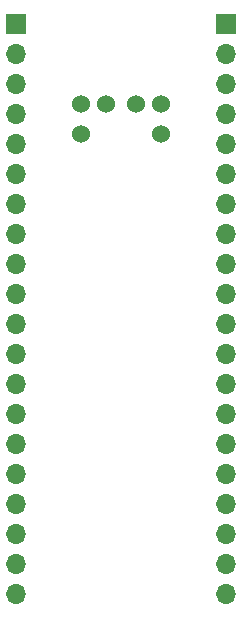
<source format=gbr>
%TF.GenerationSoftware,KiCad,Pcbnew,6.0.11+dfsg-1*%
%TF.CreationDate,2024-09-22T16:02:18-05:00*%
%TF.ProjectId,ps2_pico_hat,7073325f-7069-4636-9f5f-6861742e6b69,rev?*%
%TF.SameCoordinates,Original*%
%TF.FileFunction,Soldermask,Bot*%
%TF.FilePolarity,Negative*%
%FSLAX46Y46*%
G04 Gerber Fmt 4.6, Leading zero omitted, Abs format (unit mm)*
G04 Created by KiCad (PCBNEW 6.0.11+dfsg-1) date 2024-09-22 16:02:18*
%MOMM*%
%LPD*%
G01*
G04 APERTURE LIST*
%ADD10R,1.700000X1.700000*%
%ADD11O,1.700000X1.700000*%
%ADD12C,1.524000*%
G04 APERTURE END LIST*
D10*
%TO.C,J1*%
X99949000Y-80010000D03*
D11*
X99949000Y-82550000D03*
X99949000Y-85090000D03*
X99949000Y-87630000D03*
X99949000Y-90170000D03*
X99949000Y-92710000D03*
X99949000Y-95250000D03*
X99949000Y-97790000D03*
X99949000Y-100330000D03*
X99949000Y-102870000D03*
X99949000Y-105410000D03*
X99949000Y-107950000D03*
X99949000Y-110490000D03*
X99949000Y-113030000D03*
X99949000Y-115570000D03*
X99949000Y-118110000D03*
X99949000Y-120650000D03*
X99949000Y-123190000D03*
X99949000Y-125730000D03*
X99949000Y-128270000D03*
%TD*%
%TO.C,J3*%
X117729000Y-128270000D03*
X117729000Y-125730000D03*
X117729000Y-123190000D03*
X117729000Y-120650000D03*
X117729000Y-118110000D03*
X117729000Y-115570000D03*
X117729000Y-113030000D03*
X117729000Y-110490000D03*
X117729000Y-107950000D03*
X117729000Y-105410000D03*
X117729000Y-102870000D03*
X117729000Y-100330000D03*
X117729000Y-97790000D03*
X117729000Y-95250000D03*
X117729000Y-92710000D03*
X117729000Y-90170000D03*
X117729000Y-87630000D03*
X117729000Y-85090000D03*
X117729000Y-82550000D03*
D10*
X117729000Y-80010000D03*
%TD*%
D12*
%TO.C,Mini-DIN-6*%
X107550000Y-86800000D03*
X110150000Y-86800000D03*
X105450000Y-86800000D03*
X112250000Y-86800000D03*
X105450000Y-89300000D03*
X112250000Y-89300000D03*
%TD*%
M02*

</source>
